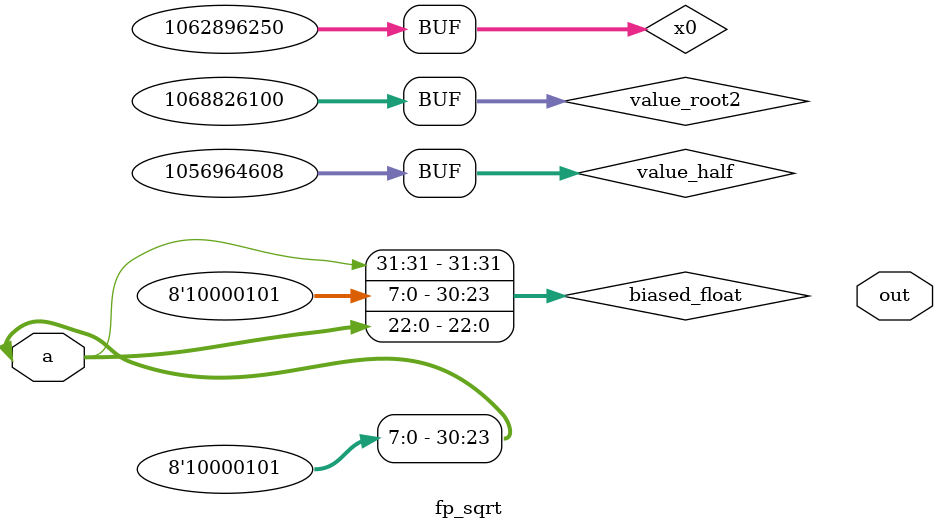
<source format=sv>

`include "fp_adder.sv"
`include "fp_multiplier.sv"



module fp_sqrt (a,out);

// port declarations
input logic [31:0]a;
output logic [31:0]out;

// sign exponent and mantissa declaration for all ip and op's



// internal signals

logic [31:0] value_root2;
assign value_root2 = 32'h3FB4FDF4; // binary equivalent for root 2

logic [31:0]biased_float; // equivalent to calculating X

logic [31:0] value_half;
assign value_half=32'h3F000000;

// iteration vars

logic [31:0] x0; // initial seed
assign x0=32'h3F5A827A; // value is 0.853553414345
logic [31:0] x1; 
logic [31:0] x2;
logic [31:0] x3; 
logic [31:0] x4; 


// intermediate var in iterations
logic [31:0]d1; // iteration 1 division
logic [31:0]a1; // iteration 1 addition

logic [31:0]d2; // iteration 2 division
logic [31:0]a2; // iteration 2 addition

logic [31:0]d3; // iteration 3 division
logic [31:0]a3; // iteration 3 addition



assign biased_float=a;
assign biased_float[30:23]=8'b10000101; // making exponent as 126 so mantissa is biases b/w 0.5 to 1
// calculation of Y now
// iteration 1
fp_divider div1 (X,x0,d1); // calc X/xo
fp_adder add1 (x0,d1,a1);
fp_multiplier mul1 (value_half,a1,x1); 
// iteration 2
fp_divider div2 (X,x1,d2); // calc X/xo
fp_adder add2 (x1,d2,a2);
fp_multiplier mul2 (value_half,a1,x2); 
// iteration 3
fp_divider div3 (X,x2,d3); // calc X/xo
fp_adder add3 (x2,a3);
fp_multiplier mul3 (value_half,a3,x3); 
// calculation of X that is Y*C now c happens to be root2
fp_multiplier m4 (x3,value_root2,x4);


    








endmodule

</source>
